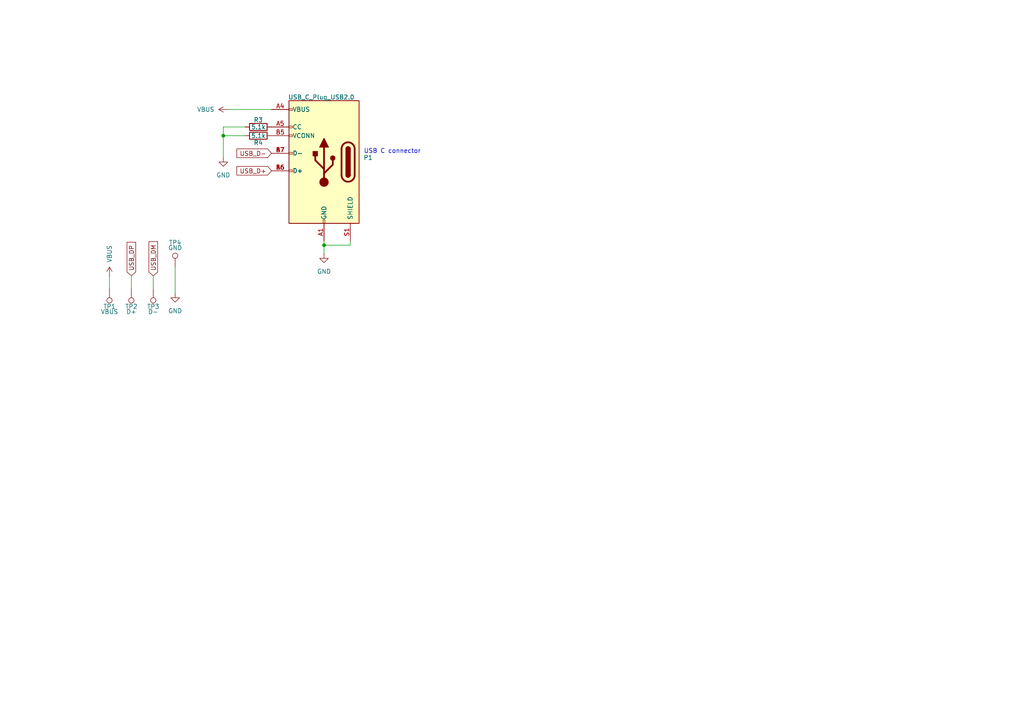
<source format=kicad_sch>
(kicad_sch (version 20250114) (generator "eeschema") (generator_version "9.0")
  (paper "A4")
  (lib_symbols
    (symbol "Connector:TestPoint" (pin_numbers (hide yes)) (pin_names (offset 0.762) (hide yes))
      (property "Reference" "TP" (at 0 6.858 0))
      (property "Value" "TestPoint" (at 0 5.08 0))
      (symbol "TestPoint_0_1"
        (circle (center 0 3.302) (radius 0.762))
      )
      (symbol "TestPoint_1_1"
        (pin passive line (at 0 0 90) (length 2.54) (name "1") (number "1"))
      )
    )
    (symbol "Connector:USB_C_Plug_USB2.0" (pin_names (offset 1.016))
      (property "Reference" "P1" (at -11.43 1.2701 0))
      (property "Value" "USB_C_Plug_USB2.0" (at 10.414 18.796 0))
      (symbol "USB_C_Plug_USB2.0_0_0"
        (rectangle (start -0.254 -17.78) (end 0.254 -16.764))
        (rectangle (start 10.16 15.494) (end 9.144 14.986))
        (rectangle (start 10.16 10.414) (end 9.144 9.906))
        (rectangle (start 10.16 7.874) (end 9.144 7.366))
        (rectangle (start 10.16 2.794) (end 9.144 2.286))
        (rectangle (start 10.16 -2.286) (end 9.144 -2.794))
      )
      (symbol "USB_C_Plug_USB2.0_0_1"
        (rectangle (start -10.16 17.78) (end 10.16 -17.78) (stroke (width 0.254)) (fill (type background)))
        (polyline (pts (xy -8.89 -3.81) (xy -8.89 3.81)) (stroke (width 0.508)))
        (rectangle (start -7.62 -3.81) (end -6.35 3.81) (stroke (width 0.254)) (fill (type outline)))
        (arc (start -7.62 3.81) (mid -6.985 4.4423) (end -6.35 3.81) (stroke (width 0.254)))
        (arc (start -7.62 3.81) (mid -6.985 4.4423) (end -6.35 3.81) (stroke (width 0.254)) (fill (type outline)))
        (arc (start -8.89 3.81) (mid -6.985 5.7067) (end -5.08 3.81) (stroke (width 0.508)))
        (arc (start -5.08 -3.81) (mid -6.985 -5.7067) (end -8.89 -3.81) (stroke (width 0.508)))
        (arc (start -6.35 -3.81) (mid -6.985 -4.4423) (end -7.62 -3.81) (stroke (width 0.254)))
        (arc (start -6.35 -3.81) (mid -6.985 -4.4423) (end -7.62 -3.81) (stroke (width 0.254)) (fill (type outline)))
        (polyline (pts (xy -5.08 3.81) (xy -5.08 -3.81)) (stroke (width 0.508)))
        (circle (center -2.54 1.143) (radius 0.635) (stroke (width 0.254)) (fill (type outline)))
        (polyline (pts (xy -1.27 4.318) (xy 0 6.858) (xy 1.27 4.318) (xy -1.27 4.318)) (stroke (width 0.254)) (fill (type outline)))
        (polyline (pts (xy 0 -2.032) (xy 2.54 0.508) (xy 2.54 1.778)) (stroke (width 0.508)))
        (polyline (pts (xy 0 -3.302) (xy -2.54 -0.762) (xy -2.54 0.508)) (stroke (width 0.508)))
        (polyline (pts (xy 0 -5.842) (xy 0 4.318)) (stroke (width 0.508)))
        (circle (center 0 -5.842) (radius 1.27) (fill (type outline)))
        (rectangle (start 1.905 1.778) (end 3.175 3.048) (stroke (width 0.254)) (fill (type outline)))
      )
      (symbol "USB_C_Plug_USB2.0_1_1"
        (pin passive line (at -7.62 -22.86 90) (length 5.08) (name "SHIELD") (number "S1"))
        (pin passive line (at 0 -22.86 90) (length 5.08) (name "GND") (number "A1"))
        (pin passive line (at 0 -22.86 90) (length 5.08) (hide yes) (name "GND") (number "A12"))
        (pin passive line (at 0 -22.86 90) (length 5.08) (hide yes) (name "GND") (number "B1"))
        (pin passive line (at 0 -22.86 90) (length 5.08) (hide yes) (name "GND") (number "B12"))
        (pin passive line (at 15.24 15.24 180) (length 5.08) (name "VBUS") (number "A4"))
        (pin passive line (at 15.24 15.24 180) (length 5.08) (hide yes) (name "VBUS") (number "A9"))
        (pin passive line (at 15.24 15.24 180) (length 5.08) (hide yes) (name "VBUS") (number "B4"))
        (pin passive line (at 15.24 15.24 180) (length 5.08) (hide yes) (name "VBUS") (number "B9"))
        (pin bidirectional line (at 15.24 10.16 180) (length 5.08) (name "CC") (number "A5"))
        (pin bidirectional line (at 15.24 7.62 180) (length 5.08) (name "VCONN") (number "B5"))
        (pin bidirectional line (at 15.24 2.54 180) (length 5.08) (name "D-") (number "A7"))
        (pin bidirectional line (at 15.24 2.54 180) (length 5.08) (name "D-") (number "B7"))
        (pin bidirectional line (at 15.24 -2.54 180) (length 5.08) (name "D+") (number "A6"))
        (pin bidirectional line (at 15.24 -2.54 180) (length 5.08) (name "D+") (number "B6"))
      )
    )
    (symbol "Device:R" (pin_numbers (hide yes)) (pin_names (offset 0))
      (property "Reference" "R" (at 2.032 0 90))
      (property "Value" "R" (at 0 0 90))
      (symbol "R_0_1"
        (rectangle (start -1.016 -2.54) (end 1.016 2.54) (stroke (width 0.254)))
      )
      (symbol "R_1_1"
        (pin passive line (at 0 3.81 270) (length 1.27) (name "~") (number "1"))
        (pin passive line (at 0 -3.81 90) (length 1.27) (name "~") (number "2"))
      )
    )
    (symbol "power:GND" (power) (pin_numbers (hide yes)) (pin_names (offset 0) (hide yes))
      (property "Value" "GND" (at 0 -3.81 0))
      (symbol "GND_0_1"
        (polyline (pts (xy 0 0) (xy 0 -1.27) (xy 1.27 -1.27) (xy 0 -2.54) (xy -1.27 -1.27) (xy 0 -1.27)))
      )
      (symbol "GND_1_1"
        (pin power_in line (at 0 0 270) (length 0) (name "~") (number "1"))
      )
    )
    (symbol "power:VBUS" (power) (pin_numbers (hide yes)) (pin_names (offset 0) (hide yes))
      (property "Value" "VBUS" (at 0 3.556 0))
      (symbol "VBUS_0_1"
        (polyline (pts (xy -0.762 1.27) (xy 0 2.54)))
        (polyline (pts (xy 0 2.54) (xy 0.762 1.27)))
        (polyline (pts (xy 0 0) (xy 0 2.54)))
      )
      (symbol "VBUS_1_1"
        (pin power_in line (at 0 0 90) (length 0) (name "~") (number "1"))
      )
    )
  )
  (text "USB C connector" (at 113.792 43.942 0) (effects (font (size 1.27 1.27))))
  (junction (at 93.98 71.12))
  (junction (at 64.77 39.37))
  (wire (pts (xy 44.45 80.01) (xy 44.45 83.82)))
  (wire (pts (xy 93.98 71.12) (xy 93.98 69.85)))
  (wire (pts (xy 93.98 71.12) (xy 101.6 71.12)))
  (wire (pts (xy 64.77 39.37) (xy 71.12 39.37)))
  (wire (pts (xy 50.8 77.47) (xy 50.8 85.09)))
  (wire (pts (xy 64.77 36.83) (xy 64.77 39.37)))
  (wire (pts (xy 71.12 36.83) (xy 64.77 36.83)))
  (wire (pts (xy 31.75 80.01) (xy 31.75 83.82)))
  (wire (pts (xy 64.77 45.72) (xy 64.77 39.37)))
  (wire (pts (xy 93.98 73.66) (xy 93.98 71.12)))
  (wire (pts (xy 66.04 31.75) (xy 78.74 31.75)))
  (wire (pts (xy 101.6 71.12) (xy 101.6 69.85)))
  (wire (pts (xy 38.1 80.01) (xy 38.1 83.82)))
  (global_label "USB_DM" (shape input) (at 44.45 80.01 90) (property "Intersheetrefs" "${INTERSHEET_REFS}" (effects (hide yes))))
  (global_label "USB_DP" (shape input) (at 38.1 80.01 90) (property "Intersheetrefs" "${INTERSHEET_REFS}" (effects (hide yes))))
  (global_label "USB_D-" (shape input) (at 78.74 44.45 180) (property "Intersheetrefs" "${INTERSHEET_REFS}" (effects (hide yes))))
  (global_label "USB_D+" (shape input) (at 78.74 49.53 180) (property "Intersheetrefs" "${INTERSHEET_REFS}" (effects (hide yes))))
  (symbol (lib_id "power:GND") (at 64.77 45.72 0) (unit 1)
    (property "Reference" "#PWR09" (effects (hide yes)))
    (property "Value" "GND" (at 64.77 50.8 0))
    (property "Description" "Power symbol creates a global label with name \"GND\" , ground" (effects (hide yes)))
  )
  (symbol (lib_id "Connector:USB_C_Plug_USB2.0") (at 93.98 46.99 0) (mirror y) (unit 1)
    (property "Reference" "P1" (at 105.41 45.7199 0) (effects (justify right)))
    (property "Value" "USB_C_Plug_USB2.0" (at 83.566 28.194 0) (effects (justify right)))
    (property "Footprint" "Connector_USB:USB_C_Receptacle_GCT_USB4105-xx-A_16P_TopMnt_Horizontal" (effects (hide yes)))
    (property "Datasheet" "https://www.usb.org/sites/default/files/documents/usb_type-c.zip" (effects (hide yes)))
    (property "Description" "USB 2.0-only Type-C Plug connector" (effects (hide yes)))
  )
  (symbol (lib_id "Connector:TestPoint") (at 31.75 83.82 180) (unit 1)
    (property "Reference" "TP1" (at 31.75 88.9 0))
    (property "Value" "VBUS" (at 31.75 90.424 0))
    (property "Footprint" "TestPoint:TestPoint_Pad_1.0x1.0mm" (effects (hide yes)))
    (property "Description" "test point" (effects (hide yes)))
  )
  (symbol (lib_id "power:VBUS") (at 31.75 80.01 0) (unit 1)
    (property "Reference" "#PWR016" (effects (hide yes)))
    (property "Value" "VBUS" (at 31.7499 76.2 90) (effects (justify left)))
    (property "Description" "Power symbol creates a global label with name \"VBUS\"" (effects (hide yes)))
  )
  (symbol (lib_id "Device:R") (at 74.93 36.83 90) (unit 1)
    (property "Reference" "R3" (at 74.93 34.798 90))
    (property "Value" "5.1k" (at 74.93 36.83 90))
    (property "Footprint" "Resistor_SMD:R_0402_1005Metric" (effects (hide yes)))
    (property "Description" "Resistor" (effects (hide yes)))
  )
  (symbol (lib_id "Connector:TestPoint") (at 38.1 83.82 180) (unit 1)
    (property "Reference" "TP2" (at 38.1 88.9 0))
    (property "Value" "D+" (at 38.1 90.424 0))
    (property "Footprint" "TestPoint:TestPoint_Pad_1.0x1.0mm" (effects (hide yes)))
    (property "Description" "test point" (effects (hide yes)))
  )
  (symbol (lib_id "power:VBUS") (at 66.04 31.75 90) (unit 1)
    (property "Reference" "#PWR015" (effects (hide yes)))
    (property "Value" "VBUS" (at 62.23 31.7499 90) (effects (justify left)))
    (property "Description" "Power symbol creates a global label with name \"VBUS\"" (effects (hide yes)))
  )
  (symbol (lib_id "Device:R") (at 74.93 39.37 90) (unit 1)
    (property "Reference" "R4" (at 74.93 41.402 90))
    (property "Value" "5.1k" (at 74.93 39.37 90))
    (property "Footprint" "Resistor_SMD:R_0402_1005Metric" (effects (hide yes)))
    (property "Description" "Resistor" (effects (hide yes)))
  )
  (symbol (lib_id "Connector:TestPoint") (at 50.8 77.47 0) (unit 1)
    (property "Reference" "TP4" (at 50.8 70.358 0))
    (property "Value" "GND" (at 50.8 71.882 0))
    (property "Footprint" "TestPoint:TestPoint_Pad_1.0x1.0mm" (effects (hide yes)))
    (property "Description" "test point" (effects (hide yes)))
  )
  (symbol (lib_id "power:GND") (at 93.98 73.66 0) (unit 1)
    (property "Reference" "#PWR08" (effects (hide yes)))
    (property "Value" "GND" (at 93.98 78.74 0))
    (property "Description" "Power symbol creates a global label with name \"GND\" , ground" (effects (hide yes)))
  )
  (symbol (lib_id "power:GND") (at 50.8 85.09 0) (unit 1)
    (property "Reference" "#PWR017" (effects (hide yes)))
    (property "Value" "GND" (at 50.8 90.17 0))
    (property "Description" "Power symbol creates a global label with name \"GND\" , ground" (effects (hide yes)))
  )
  (symbol (lib_id "Connector:TestPoint") (at 44.45 83.82 180) (unit 1)
    (property "Reference" "TP3" (at 44.45 88.9 0))
    (property "Value" "D-" (at 44.45 90.424 0))
    (property "Footprint" "TestPoint:TestPoint_Pad_1.0x1.0mm" (effects (hide yes)))
    (property "Description" "test point" (effects (hide yes)))
  )
)
</source>
